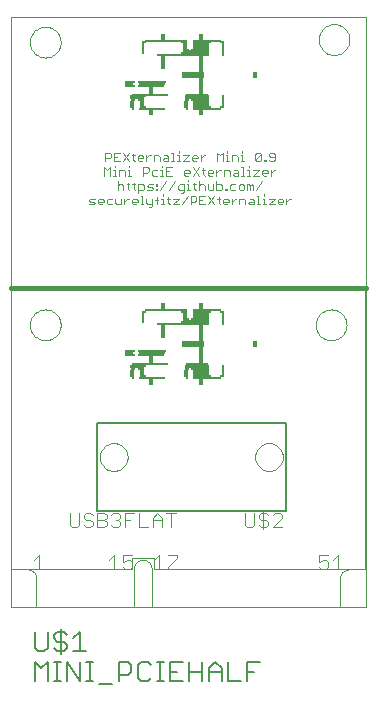
<source format=gto>
G75*
%MOIN*%
%OFA0B0*%
%FSLAX24Y24*%
%IPPOS*%
%LPD*%
%AMOC8*
5,1,8,0,0,1.08239X$1,22.5*
%
%ADD10C,0.0000*%
%ADD11C,0.0160*%
%ADD12C,0.0030*%
%ADD13C,0.0040*%
%ADD14C,0.0060*%
%ADD15C,0.0050*%
%ADD16R,0.0180X0.0060*%
%ADD17R,0.0060X0.0060*%
%ADD18R,0.0900X0.0060*%
%ADD19R,0.0960X0.0060*%
%ADD20R,0.0120X0.0060*%
%ADD21R,0.0240X0.0060*%
%ADD22R,0.0600X0.0060*%
%ADD23R,0.0540X0.0060*%
%ADD24R,0.0480X0.0060*%
%ADD25R,0.0840X0.0060*%
%ADD26R,0.1200X0.0060*%
%ADD27R,0.0780X0.0060*%
%ADD28R,0.0360X0.0060*%
%ADD29R,0.0300X0.0060*%
%ADD30R,0.0720X0.0060*%
%ADD31R,0.1740X0.0060*%
%ADD32R,0.1440X0.0060*%
D10*
X000180Y002833D02*
X000180Y022518D01*
X011991Y022518D01*
X011991Y002833D01*
X000180Y002833D01*
X001017Y003776D02*
X001015Y003809D01*
X001010Y003841D01*
X001002Y003873D01*
X000990Y003904D01*
X000975Y003934D01*
X000957Y003961D01*
X000936Y003987D01*
X000913Y004010D01*
X000887Y004031D01*
X000860Y004049D01*
X000830Y004064D01*
X000799Y004076D01*
X000767Y004084D01*
X000735Y004089D01*
X000702Y004091D01*
X000170Y004091D01*
X004186Y004091D01*
X004186Y004485D01*
X004934Y004485D01*
X004934Y004091D01*
X011981Y004091D01*
X011981Y013383D01*
X010327Y012241D02*
X010329Y012286D01*
X010335Y012330D01*
X010344Y012374D01*
X010358Y012416D01*
X010375Y012457D01*
X010396Y012497D01*
X010420Y012535D01*
X010447Y012570D01*
X010477Y012603D01*
X010510Y012633D01*
X010545Y012660D01*
X010583Y012684D01*
X010623Y012705D01*
X010664Y012722D01*
X010706Y012736D01*
X010750Y012745D01*
X010794Y012751D01*
X010839Y012753D01*
X010884Y012751D01*
X010928Y012745D01*
X010972Y012736D01*
X011014Y012722D01*
X011055Y012705D01*
X011095Y012684D01*
X011133Y012660D01*
X011168Y012633D01*
X011201Y012603D01*
X011231Y012570D01*
X011258Y012535D01*
X011282Y012497D01*
X011303Y012457D01*
X011320Y012416D01*
X011334Y012374D01*
X011343Y012330D01*
X011349Y012286D01*
X011351Y012241D01*
X011349Y012196D01*
X011343Y012152D01*
X011334Y012108D01*
X011320Y012066D01*
X011303Y012025D01*
X011282Y011985D01*
X011258Y011947D01*
X011231Y011912D01*
X011201Y011879D01*
X011168Y011849D01*
X011133Y011822D01*
X011095Y011798D01*
X011055Y011777D01*
X011014Y011760D01*
X010972Y011746D01*
X010928Y011737D01*
X010884Y011731D01*
X010839Y011729D01*
X010794Y011731D01*
X010750Y011737D01*
X010706Y011746D01*
X010664Y011760D01*
X010623Y011777D01*
X010583Y011798D01*
X010545Y011822D01*
X010510Y011849D01*
X010477Y011879D01*
X010447Y011912D01*
X010420Y011947D01*
X010396Y011985D01*
X010375Y012025D01*
X010358Y012066D01*
X010344Y012108D01*
X010335Y012152D01*
X010329Y012196D01*
X010327Y012241D01*
X008304Y007833D02*
X008306Y007876D01*
X008312Y007918D01*
X008322Y007960D01*
X008335Y008000D01*
X008353Y008039D01*
X008373Y008077D01*
X008398Y008112D01*
X008425Y008145D01*
X008455Y008175D01*
X008488Y008202D01*
X008523Y008227D01*
X008561Y008247D01*
X008600Y008265D01*
X008640Y008278D01*
X008682Y008288D01*
X008724Y008294D01*
X008767Y008296D01*
X008810Y008294D01*
X008852Y008288D01*
X008894Y008278D01*
X008934Y008265D01*
X008973Y008247D01*
X009011Y008227D01*
X009046Y008202D01*
X009079Y008175D01*
X009109Y008145D01*
X009136Y008112D01*
X009161Y008077D01*
X009181Y008039D01*
X009199Y008000D01*
X009212Y007960D01*
X009222Y007918D01*
X009228Y007876D01*
X009230Y007833D01*
X009228Y007790D01*
X009222Y007748D01*
X009212Y007706D01*
X009199Y007666D01*
X009181Y007627D01*
X009161Y007589D01*
X009136Y007554D01*
X009109Y007521D01*
X009079Y007491D01*
X009046Y007464D01*
X009011Y007439D01*
X008973Y007419D01*
X008934Y007401D01*
X008894Y007388D01*
X008852Y007378D01*
X008810Y007372D01*
X008767Y007370D01*
X008724Y007372D01*
X008682Y007378D01*
X008640Y007388D01*
X008600Y007401D01*
X008561Y007419D01*
X008523Y007439D01*
X008488Y007464D01*
X008455Y007491D01*
X008425Y007521D01*
X008398Y007554D01*
X008373Y007589D01*
X008353Y007627D01*
X008335Y007666D01*
X008322Y007706D01*
X008312Y007748D01*
X008306Y007790D01*
X008304Y007833D01*
X011135Y003776D02*
X011135Y002831D01*
X004855Y002831D01*
X004855Y004111D01*
X004853Y004144D01*
X004848Y004177D01*
X004838Y004208D01*
X004826Y004239D01*
X004810Y004268D01*
X004791Y004295D01*
X004769Y004320D01*
X004744Y004342D01*
X004717Y004361D01*
X004688Y004377D01*
X004657Y004389D01*
X004626Y004399D01*
X004593Y004404D01*
X004560Y004406D01*
X004527Y004404D01*
X004494Y004399D01*
X004463Y004389D01*
X004432Y004377D01*
X004403Y004361D01*
X004376Y004342D01*
X004351Y004320D01*
X004329Y004295D01*
X004310Y004268D01*
X004294Y004239D01*
X004282Y004208D01*
X004272Y004177D01*
X004267Y004144D01*
X004265Y004111D01*
X004265Y002831D01*
X001017Y002831D01*
X001017Y003776D01*
X000170Y004091D02*
X000170Y013383D01*
X000800Y012241D02*
X000802Y012286D01*
X000808Y012330D01*
X000817Y012374D01*
X000831Y012416D01*
X000848Y012457D01*
X000869Y012497D01*
X000893Y012535D01*
X000920Y012570D01*
X000950Y012603D01*
X000983Y012633D01*
X001018Y012660D01*
X001056Y012684D01*
X001096Y012705D01*
X001137Y012722D01*
X001179Y012736D01*
X001223Y012745D01*
X001267Y012751D01*
X001312Y012753D01*
X001357Y012751D01*
X001401Y012745D01*
X001445Y012736D01*
X001487Y012722D01*
X001528Y012705D01*
X001568Y012684D01*
X001606Y012660D01*
X001641Y012633D01*
X001674Y012603D01*
X001704Y012570D01*
X001731Y012535D01*
X001755Y012497D01*
X001776Y012457D01*
X001793Y012416D01*
X001807Y012374D01*
X001816Y012330D01*
X001822Y012286D01*
X001824Y012241D01*
X001822Y012196D01*
X001816Y012152D01*
X001807Y012108D01*
X001793Y012066D01*
X001776Y012025D01*
X001755Y011985D01*
X001731Y011947D01*
X001704Y011912D01*
X001674Y011879D01*
X001641Y011849D01*
X001606Y011822D01*
X001568Y011798D01*
X001528Y011777D01*
X001487Y011760D01*
X001445Y011746D01*
X001401Y011737D01*
X001357Y011731D01*
X001312Y011729D01*
X001267Y011731D01*
X001223Y011737D01*
X001179Y011746D01*
X001137Y011760D01*
X001096Y011777D01*
X001056Y011798D01*
X001018Y011822D01*
X000983Y011849D01*
X000950Y011879D01*
X000920Y011912D01*
X000893Y011947D01*
X000869Y011985D01*
X000848Y012025D01*
X000831Y012066D01*
X000817Y012108D01*
X000808Y012152D01*
X000802Y012196D01*
X000800Y012241D01*
X003130Y007833D02*
X003132Y007876D01*
X003138Y007918D01*
X003148Y007960D01*
X003161Y008000D01*
X003179Y008039D01*
X003199Y008077D01*
X003224Y008112D01*
X003251Y008145D01*
X003281Y008175D01*
X003314Y008202D01*
X003349Y008227D01*
X003387Y008247D01*
X003426Y008265D01*
X003466Y008278D01*
X003508Y008288D01*
X003550Y008294D01*
X003593Y008296D01*
X003636Y008294D01*
X003678Y008288D01*
X003720Y008278D01*
X003760Y008265D01*
X003799Y008247D01*
X003837Y008227D01*
X003872Y008202D01*
X003905Y008175D01*
X003935Y008145D01*
X003962Y008112D01*
X003987Y008077D01*
X004007Y008039D01*
X004025Y008000D01*
X004038Y007960D01*
X004048Y007918D01*
X004054Y007876D01*
X004056Y007833D01*
X004054Y007790D01*
X004048Y007748D01*
X004038Y007706D01*
X004025Y007666D01*
X004007Y007627D01*
X003987Y007589D01*
X003962Y007554D01*
X003935Y007521D01*
X003905Y007491D01*
X003872Y007464D01*
X003837Y007439D01*
X003799Y007419D01*
X003760Y007401D01*
X003720Y007388D01*
X003678Y007378D01*
X003636Y007372D01*
X003593Y007370D01*
X003550Y007372D01*
X003508Y007378D01*
X003466Y007388D01*
X003426Y007401D01*
X003387Y007419D01*
X003349Y007439D01*
X003314Y007464D01*
X003281Y007491D01*
X003251Y007521D01*
X003224Y007554D01*
X003199Y007589D01*
X003179Y007627D01*
X003161Y007666D01*
X003148Y007706D01*
X003138Y007748D01*
X003132Y007790D01*
X003130Y007833D01*
X000800Y021663D02*
X000802Y021708D01*
X000808Y021752D01*
X000817Y021796D01*
X000831Y021838D01*
X000848Y021879D01*
X000869Y021919D01*
X000893Y021957D01*
X000920Y021992D01*
X000950Y022025D01*
X000983Y022055D01*
X001018Y022082D01*
X001056Y022106D01*
X001096Y022127D01*
X001137Y022144D01*
X001179Y022158D01*
X001223Y022167D01*
X001267Y022173D01*
X001312Y022175D01*
X001357Y022173D01*
X001401Y022167D01*
X001445Y022158D01*
X001487Y022144D01*
X001528Y022127D01*
X001568Y022106D01*
X001606Y022082D01*
X001641Y022055D01*
X001674Y022025D01*
X001704Y021992D01*
X001731Y021957D01*
X001755Y021919D01*
X001776Y021879D01*
X001793Y021838D01*
X001807Y021796D01*
X001816Y021752D01*
X001822Y021708D01*
X001824Y021663D01*
X001822Y021618D01*
X001816Y021574D01*
X001807Y021530D01*
X001793Y021488D01*
X001776Y021447D01*
X001755Y021407D01*
X001731Y021369D01*
X001704Y021334D01*
X001674Y021301D01*
X001641Y021271D01*
X001606Y021244D01*
X001568Y021220D01*
X001528Y021199D01*
X001487Y021182D01*
X001445Y021168D01*
X001401Y021159D01*
X001357Y021153D01*
X001312Y021151D01*
X001267Y021153D01*
X001223Y021159D01*
X001179Y021168D01*
X001137Y021182D01*
X001096Y021199D01*
X001056Y021220D01*
X001018Y021244D01*
X000983Y021271D01*
X000950Y021301D01*
X000920Y021334D01*
X000893Y021369D01*
X000869Y021407D01*
X000848Y021447D01*
X000831Y021488D01*
X000817Y021530D01*
X000808Y021574D01*
X000802Y021618D01*
X000800Y021663D01*
X010426Y021749D02*
X010428Y021794D01*
X010434Y021838D01*
X010443Y021882D01*
X010457Y021924D01*
X010474Y021965D01*
X010495Y022005D01*
X010519Y022043D01*
X010546Y022078D01*
X010576Y022111D01*
X010609Y022141D01*
X010644Y022168D01*
X010682Y022192D01*
X010722Y022213D01*
X010763Y022230D01*
X010805Y022244D01*
X010849Y022253D01*
X010893Y022259D01*
X010938Y022261D01*
X010983Y022259D01*
X011027Y022253D01*
X011071Y022244D01*
X011113Y022230D01*
X011154Y022213D01*
X011194Y022192D01*
X011232Y022168D01*
X011267Y022141D01*
X011300Y022111D01*
X011330Y022078D01*
X011357Y022043D01*
X011381Y022005D01*
X011402Y021965D01*
X011419Y021924D01*
X011433Y021882D01*
X011442Y021838D01*
X011448Y021794D01*
X011450Y021749D01*
X011448Y021704D01*
X011442Y021660D01*
X011433Y021616D01*
X011419Y021574D01*
X011402Y021533D01*
X011381Y021493D01*
X011357Y021455D01*
X011330Y021420D01*
X011300Y021387D01*
X011267Y021357D01*
X011232Y021330D01*
X011194Y021306D01*
X011154Y021285D01*
X011113Y021268D01*
X011071Y021254D01*
X011027Y021245D01*
X010983Y021239D01*
X010938Y021237D01*
X010893Y021239D01*
X010849Y021245D01*
X010805Y021254D01*
X010763Y021268D01*
X010722Y021285D01*
X010682Y021306D01*
X010644Y021330D01*
X010609Y021357D01*
X010576Y021387D01*
X010546Y021420D01*
X010519Y021455D01*
X010495Y021493D01*
X010474Y021533D01*
X010457Y021574D01*
X010443Y021616D01*
X010434Y021660D01*
X010428Y021704D01*
X010426Y021749D01*
X011450Y004091D02*
X011981Y004091D01*
X011450Y004091D02*
X011417Y004089D01*
X011385Y004084D01*
X011353Y004076D01*
X011322Y004064D01*
X011293Y004049D01*
X011265Y004031D01*
X011239Y004010D01*
X011216Y003987D01*
X011195Y003961D01*
X011177Y003934D01*
X011162Y003904D01*
X011150Y003873D01*
X011142Y003841D01*
X011137Y003809D01*
X011135Y003776D01*
D11*
X011991Y013463D02*
X000180Y013463D01*
D12*
X002766Y016254D02*
X002911Y016254D01*
X002960Y016302D01*
X002911Y016351D01*
X002815Y016351D01*
X002766Y016399D01*
X002815Y016447D01*
X002960Y016447D01*
X003061Y016399D02*
X003061Y016302D01*
X003109Y016254D01*
X003206Y016254D01*
X003254Y016351D02*
X003061Y016351D01*
X003061Y016399D02*
X003109Y016447D01*
X003206Y016447D01*
X003254Y016399D01*
X003254Y016351D01*
X003356Y016399D02*
X003356Y016302D01*
X003404Y016254D01*
X003549Y016254D01*
X003650Y016302D02*
X003699Y016254D01*
X003844Y016254D01*
X003844Y016447D01*
X003945Y016447D02*
X003945Y016254D01*
X003945Y016351D02*
X004042Y016447D01*
X004090Y016447D01*
X004190Y016399D02*
X004190Y016302D01*
X004239Y016254D01*
X004335Y016254D01*
X004384Y016351D02*
X004190Y016351D01*
X004190Y016399D02*
X004239Y016447D01*
X004335Y016447D01*
X004384Y016399D01*
X004384Y016351D01*
X004485Y016254D02*
X004582Y016254D01*
X004533Y016254D02*
X004533Y016544D01*
X004485Y016544D01*
X004411Y016637D02*
X004411Y016927D01*
X004556Y016927D01*
X004605Y016879D01*
X004605Y016782D01*
X004556Y016734D01*
X004411Y016734D01*
X004312Y016734D02*
X004263Y016782D01*
X004263Y016976D01*
X004215Y016927D02*
X004312Y016927D01*
X004115Y016927D02*
X004018Y016927D01*
X004067Y016976D02*
X004067Y016782D01*
X004115Y016734D01*
X003917Y016734D02*
X003917Y016879D01*
X003869Y016927D01*
X003772Y016927D01*
X003724Y016879D01*
X003724Y017024D02*
X003724Y016734D01*
X003650Y016447D02*
X003650Y016302D01*
X003549Y016447D02*
X003404Y016447D01*
X003356Y016399D01*
X003282Y017214D02*
X003282Y017504D01*
X003379Y017407D01*
X003475Y017504D01*
X003475Y017214D01*
X003576Y017214D02*
X003673Y017214D01*
X003625Y017214D02*
X003625Y017407D01*
X003576Y017407D01*
X003625Y017504D02*
X003625Y017552D01*
X003601Y017694D02*
X003795Y017694D01*
X003896Y017694D02*
X004089Y017984D01*
X004190Y017887D02*
X004287Y017887D01*
X004239Y017936D02*
X004239Y017742D01*
X004287Y017694D01*
X004387Y017742D02*
X004387Y017839D01*
X004435Y017887D01*
X004532Y017887D01*
X004580Y017839D01*
X004580Y017791D01*
X004387Y017791D01*
X004387Y017742D02*
X004435Y017694D01*
X004532Y017694D01*
X004681Y017694D02*
X004681Y017887D01*
X004681Y017791D02*
X004778Y017887D01*
X004827Y017887D01*
X004927Y017887D02*
X005072Y017887D01*
X005120Y017839D01*
X005120Y017694D01*
X005222Y017742D02*
X005270Y017791D01*
X005415Y017791D01*
X005415Y017839D02*
X005415Y017694D01*
X005270Y017694D01*
X005222Y017742D01*
X005270Y017887D02*
X005367Y017887D01*
X005415Y017839D01*
X005516Y017984D02*
X005565Y017984D01*
X005565Y017694D01*
X005613Y017694D02*
X005516Y017694D01*
X005538Y017504D02*
X005344Y017504D01*
X005344Y017214D01*
X005538Y017214D01*
X005441Y017359D02*
X005344Y017359D01*
X005196Y017407D02*
X005196Y017214D01*
X005148Y017214D02*
X005245Y017214D01*
X005196Y017407D02*
X005148Y017407D01*
X005047Y017407D02*
X004902Y017407D01*
X004853Y017359D01*
X004853Y017262D01*
X004902Y017214D01*
X005047Y017214D01*
X005196Y017504D02*
X005196Y017552D01*
X004927Y017694D02*
X004927Y017887D01*
X004704Y017504D02*
X004752Y017456D01*
X004752Y017359D01*
X004704Y017311D01*
X004559Y017311D01*
X004559Y017214D02*
X004559Y017504D01*
X004704Y017504D01*
X004754Y016927D02*
X004706Y016879D01*
X004754Y016831D01*
X004851Y016831D01*
X004899Y016782D01*
X004851Y016734D01*
X004706Y016734D01*
X004754Y016927D02*
X004899Y016927D01*
X005001Y016927D02*
X005001Y016879D01*
X005049Y016879D01*
X005049Y016927D01*
X005001Y016927D01*
X005001Y016782D02*
X005001Y016734D01*
X005049Y016734D01*
X005049Y016782D01*
X005001Y016782D01*
X005148Y016734D02*
X005341Y017024D01*
X005636Y017024D02*
X005443Y016734D01*
X005417Y016496D02*
X005417Y016302D01*
X005466Y016254D01*
X005565Y016254D02*
X005759Y016254D01*
X005860Y016254D02*
X006054Y016544D01*
X006155Y016544D02*
X006300Y016544D01*
X006348Y016496D01*
X006348Y016399D01*
X006300Y016351D01*
X006155Y016351D01*
X006155Y016254D02*
X006155Y016544D01*
X006129Y016734D02*
X006032Y016734D01*
X006080Y016734D02*
X006080Y016927D01*
X006032Y016927D01*
X005931Y016927D02*
X005931Y016685D01*
X005882Y016637D01*
X005834Y016637D01*
X005786Y016734D02*
X005931Y016734D01*
X005786Y016734D02*
X005737Y016782D01*
X005737Y016879D01*
X005786Y016927D01*
X005931Y016927D01*
X006080Y017024D02*
X006080Y017072D01*
X006079Y017214D02*
X005982Y017214D01*
X005934Y017262D01*
X005934Y017359D01*
X005982Y017407D01*
X006079Y017407D01*
X006127Y017359D01*
X006127Y017311D01*
X005934Y017311D01*
X005909Y017694D02*
X006103Y017694D01*
X006204Y017742D02*
X006204Y017839D01*
X006252Y017887D01*
X006349Y017887D01*
X006397Y017839D01*
X006397Y017791D01*
X006204Y017791D01*
X006204Y017742D02*
X006252Y017694D01*
X006349Y017694D01*
X006498Y017694D02*
X006498Y017887D01*
X006498Y017791D02*
X006595Y017887D01*
X006644Y017887D01*
X006571Y017456D02*
X006571Y017262D01*
X006620Y017214D01*
X006719Y017262D02*
X006719Y017359D01*
X006768Y017407D01*
X006865Y017407D01*
X006913Y017359D01*
X006913Y017311D01*
X006719Y017311D01*
X006719Y017262D02*
X006768Y017214D01*
X006865Y017214D01*
X007014Y017214D02*
X007014Y017407D01*
X007014Y017311D02*
X007111Y017407D01*
X007159Y017407D01*
X007260Y017407D02*
X007405Y017407D01*
X007453Y017359D01*
X007453Y017214D01*
X007554Y017262D02*
X007603Y017311D01*
X007748Y017311D01*
X007748Y017359D02*
X007748Y017214D01*
X007603Y017214D01*
X007554Y017262D01*
X007603Y017407D02*
X007699Y017407D01*
X007748Y017359D01*
X007849Y017504D02*
X007897Y017504D01*
X007897Y017214D01*
X007849Y017214D02*
X007946Y017214D01*
X008045Y017214D02*
X008142Y017214D01*
X008094Y017214D02*
X008094Y017407D01*
X008045Y017407D01*
X008094Y017504D02*
X008094Y017552D01*
X008242Y017407D02*
X008435Y017407D01*
X008242Y017214D01*
X008435Y017214D01*
X008536Y017262D02*
X008536Y017359D01*
X008585Y017407D01*
X008682Y017407D01*
X008730Y017359D01*
X008730Y017311D01*
X008536Y017311D01*
X008536Y017262D02*
X008585Y017214D01*
X008682Y017214D01*
X008831Y017214D02*
X008831Y017407D01*
X008831Y017311D02*
X008928Y017407D01*
X008976Y017407D01*
X008903Y017694D02*
X008806Y017694D01*
X008757Y017742D01*
X008659Y017742D02*
X008659Y017694D01*
X008610Y017694D01*
X008610Y017742D01*
X008659Y017742D01*
X008757Y017887D02*
X008806Y017839D01*
X008951Y017839D01*
X008951Y017742D02*
X008951Y017936D01*
X008903Y017984D01*
X008806Y017984D01*
X008757Y017936D01*
X008757Y017887D01*
X008903Y017694D02*
X008951Y017742D01*
X008534Y017024D02*
X008340Y016734D01*
X008239Y016734D02*
X008239Y016879D01*
X008191Y016927D01*
X008142Y016879D01*
X008142Y016734D01*
X008045Y016734D02*
X008045Y016927D01*
X008094Y016927D01*
X008142Y016879D01*
X007944Y016879D02*
X007896Y016927D01*
X007799Y016927D01*
X007751Y016879D01*
X007751Y016782D01*
X007799Y016734D01*
X007896Y016734D01*
X007944Y016782D01*
X007944Y016879D01*
X007920Y016447D02*
X007775Y016447D01*
X007775Y016254D01*
X007675Y016447D02*
X007626Y016447D01*
X007530Y016351D01*
X007530Y016447D02*
X007530Y016254D01*
X007429Y016351D02*
X007235Y016351D01*
X007235Y016399D02*
X007283Y016447D01*
X007380Y016447D01*
X007429Y016399D01*
X007429Y016351D01*
X007380Y016254D02*
X007283Y016254D01*
X007235Y016302D01*
X007235Y016399D01*
X007135Y016447D02*
X007039Y016447D01*
X007087Y016496D02*
X007087Y016302D01*
X007135Y016254D01*
X006937Y016254D02*
X006744Y016544D01*
X006643Y016544D02*
X006449Y016544D01*
X006449Y016254D01*
X006643Y016254D01*
X006744Y016254D02*
X006937Y016544D01*
X006913Y016734D02*
X006913Y016927D01*
X007014Y016927D02*
X007159Y016927D01*
X007208Y016879D01*
X007208Y016782D01*
X007159Y016734D01*
X007014Y016734D01*
X007014Y017024D01*
X006913Y016734D02*
X006768Y016734D01*
X006719Y016782D01*
X006719Y016927D01*
X006618Y016879D02*
X006618Y016734D01*
X006618Y016879D02*
X006570Y016927D01*
X006473Y016927D01*
X006425Y016879D01*
X006325Y016927D02*
X006228Y016927D01*
X006277Y016976D02*
X006277Y016782D01*
X006325Y016734D01*
X006425Y016734D02*
X006425Y017024D01*
X006422Y017214D02*
X006228Y017504D01*
X006422Y017504D02*
X006228Y017214D01*
X006523Y017407D02*
X006620Y017407D01*
X007039Y017694D02*
X007039Y017984D01*
X007135Y017887D01*
X007232Y017984D01*
X007232Y017694D01*
X007333Y017694D02*
X007430Y017694D01*
X007382Y017694D02*
X007382Y017887D01*
X007333Y017887D01*
X007382Y017984D02*
X007382Y018032D01*
X007530Y017887D02*
X007675Y017887D01*
X007723Y017839D01*
X007723Y017694D01*
X007824Y017694D02*
X007921Y017694D01*
X007873Y017694D02*
X007873Y017887D01*
X007824Y017887D01*
X007873Y017984D02*
X007873Y018032D01*
X007530Y017887D02*
X007530Y017694D01*
X007260Y017407D02*
X007260Y017214D01*
X007504Y016927D02*
X007456Y016879D01*
X007456Y016782D01*
X007504Y016734D01*
X007650Y016734D01*
X007650Y016927D02*
X007504Y016927D01*
X007357Y016782D02*
X007357Y016734D01*
X007309Y016734D01*
X007309Y016782D01*
X007357Y016782D01*
X007920Y016447D02*
X007969Y016399D01*
X007969Y016254D01*
X008070Y016302D02*
X008118Y016351D01*
X008263Y016351D01*
X008263Y016399D02*
X008263Y016254D01*
X008118Y016254D01*
X008070Y016302D01*
X008118Y016447D02*
X008215Y016447D01*
X008263Y016399D01*
X008365Y016544D02*
X008413Y016544D01*
X008413Y016254D01*
X008365Y016254D02*
X008461Y016254D01*
X008561Y016254D02*
X008658Y016254D01*
X008609Y016254D02*
X008609Y016447D01*
X008561Y016447D01*
X008609Y016544D02*
X008609Y016592D01*
X008757Y016447D02*
X008951Y016447D01*
X008757Y016254D01*
X008951Y016254D01*
X009052Y016302D02*
X009052Y016399D01*
X009100Y016447D01*
X009197Y016447D01*
X009246Y016399D01*
X009246Y016351D01*
X009052Y016351D01*
X009052Y016302D02*
X009100Y016254D01*
X009197Y016254D01*
X009347Y016254D02*
X009347Y016447D01*
X009347Y016351D02*
X009444Y016447D01*
X009492Y016447D01*
X008461Y017694D02*
X008364Y017694D01*
X008315Y017742D01*
X008509Y017936D01*
X008509Y017742D01*
X008461Y017694D01*
X008315Y017742D02*
X008315Y017936D01*
X008364Y017984D01*
X008461Y017984D01*
X008509Y017936D01*
X006546Y016399D02*
X006449Y016399D01*
X005759Y016447D02*
X005565Y016254D01*
X005565Y016447D02*
X005759Y016447D01*
X005466Y016447D02*
X005369Y016447D01*
X005269Y016254D02*
X005173Y016254D01*
X005221Y016254D02*
X005221Y016447D01*
X005173Y016447D01*
X005221Y016544D02*
X005221Y016592D01*
X005073Y016544D02*
X005024Y016496D01*
X005024Y016254D01*
X004875Y016254D02*
X004730Y016254D01*
X004681Y016302D01*
X004681Y016447D01*
X004778Y016157D02*
X004827Y016157D01*
X004875Y016205D01*
X004875Y016447D01*
X004976Y016399D02*
X005073Y016399D01*
X005713Y017694D02*
X005809Y017694D01*
X005761Y017694D02*
X005761Y017887D01*
X005713Y017887D01*
X005761Y017984D02*
X005761Y018032D01*
X005909Y017887D02*
X006103Y017887D01*
X005909Y017694D01*
X004164Y017214D02*
X004068Y017214D01*
X004116Y017214D02*
X004116Y017407D01*
X004068Y017407D01*
X004116Y017504D02*
X004116Y017552D01*
X004089Y017694D02*
X003896Y017984D01*
X003795Y017984D02*
X003601Y017984D01*
X003601Y017694D01*
X003601Y017839D02*
X003698Y017839D01*
X003500Y017839D02*
X003452Y017791D01*
X003306Y017791D01*
X003306Y017694D02*
X003306Y017984D01*
X003452Y017984D01*
X003500Y017936D01*
X003500Y017839D01*
X003773Y017407D02*
X003918Y017407D01*
X003966Y017359D01*
X003966Y017214D01*
X003773Y017214D02*
X003773Y017407D01*
D13*
X003735Y005963D02*
X003581Y005963D01*
X003504Y005887D01*
X003351Y005887D02*
X003351Y005810D01*
X003274Y005733D01*
X003044Y005733D01*
X003044Y005503D02*
X003274Y005503D01*
X003351Y005580D01*
X003351Y005656D01*
X003274Y005733D01*
X003351Y005887D02*
X003274Y005963D01*
X003044Y005963D01*
X003044Y005503D01*
X002890Y005580D02*
X002814Y005503D01*
X002660Y005503D01*
X002584Y005580D01*
X002660Y005733D02*
X002814Y005733D01*
X002890Y005656D01*
X002890Y005580D01*
X002890Y005887D02*
X002814Y005963D01*
X002660Y005963D01*
X002584Y005887D01*
X002584Y005810D01*
X002660Y005733D01*
X002430Y005580D02*
X002430Y005963D01*
X002123Y005963D02*
X002123Y005580D01*
X002200Y005503D01*
X002353Y005503D01*
X002430Y005580D01*
X003504Y005580D02*
X003581Y005503D01*
X003735Y005503D01*
X003811Y005580D01*
X003811Y005656D01*
X003735Y005733D01*
X003658Y005733D01*
X003735Y005733D02*
X003811Y005810D01*
X003811Y005887D01*
X003735Y005963D01*
X003965Y005963D02*
X003965Y005503D01*
X003965Y005733D02*
X004118Y005733D01*
X003965Y005963D02*
X004272Y005963D01*
X004425Y005963D02*
X004425Y005503D01*
X004732Y005503D01*
X004886Y005503D02*
X004886Y005810D01*
X005039Y005963D01*
X005192Y005810D01*
X005192Y005503D01*
X005192Y005733D02*
X004886Y005733D01*
X005346Y005963D02*
X005653Y005963D01*
X005499Y005963D02*
X005499Y005503D01*
X005401Y004562D02*
X005707Y004562D01*
X005707Y004485D01*
X005401Y004178D01*
X005401Y004101D01*
X005247Y004101D02*
X004940Y004101D01*
X005094Y004101D02*
X005094Y004562D01*
X004940Y004408D01*
X004207Y004332D02*
X004207Y004178D01*
X004131Y004101D01*
X003977Y004101D01*
X003901Y004178D01*
X003901Y004332D02*
X004054Y004408D01*
X004131Y004408D01*
X004207Y004332D01*
X004207Y004562D02*
X003901Y004562D01*
X003901Y004332D01*
X003747Y004101D02*
X003440Y004101D01*
X003594Y004101D02*
X003594Y004562D01*
X003440Y004408D01*
X001247Y004101D02*
X000940Y004101D01*
X001094Y004101D02*
X001094Y004562D01*
X000940Y004408D01*
X007968Y005580D02*
X008045Y005503D01*
X008199Y005503D01*
X008275Y005580D01*
X008275Y005963D01*
X008429Y005887D02*
X008506Y005963D01*
X008659Y005963D01*
X008736Y005887D01*
X008659Y005733D02*
X008506Y005733D01*
X008429Y005810D01*
X008429Y005887D01*
X008582Y006040D02*
X008582Y005426D01*
X008506Y005503D02*
X008659Y005503D01*
X008736Y005580D01*
X008736Y005656D01*
X008659Y005733D01*
X008429Y005580D02*
X008506Y005503D01*
X008889Y005503D02*
X009196Y005810D01*
X009196Y005887D01*
X009119Y005963D01*
X008966Y005963D01*
X008889Y005887D01*
X008889Y005503D02*
X009196Y005503D01*
X007968Y005580D02*
X007968Y005963D01*
X010440Y004562D02*
X010440Y004332D01*
X010594Y004408D01*
X010670Y004408D01*
X010747Y004332D01*
X010747Y004178D01*
X010670Y004101D01*
X010517Y004101D01*
X010440Y004178D01*
X010440Y004562D02*
X010747Y004562D01*
X010901Y004408D02*
X011054Y004562D01*
X011054Y004101D01*
X010901Y004101D02*
X011207Y004101D01*
D14*
X000960Y001004D02*
X000960Y000363D01*
X001174Y000790D02*
X001387Y001004D01*
X001387Y000363D01*
X001605Y000363D02*
X001818Y000363D01*
X001711Y000363D02*
X001711Y001004D01*
X001605Y001004D02*
X001818Y001004D01*
X001818Y001257D02*
X001818Y002111D01*
X001711Y002004D02*
X001605Y001897D01*
X001605Y001790D01*
X001711Y001684D01*
X001925Y001684D01*
X002032Y001577D01*
X002032Y001470D01*
X001925Y001363D01*
X001711Y001363D01*
X001605Y001470D01*
X001387Y001470D02*
X001387Y002004D01*
X001387Y001470D02*
X001280Y001363D01*
X001067Y001363D01*
X000960Y001470D01*
X000960Y002004D01*
X000960Y001004D02*
X001174Y000790D01*
X001711Y002004D02*
X001925Y002004D01*
X002032Y001897D01*
X002249Y001790D02*
X002463Y002004D01*
X002463Y001363D01*
X002676Y001363D02*
X002249Y001363D01*
X002461Y001004D02*
X002461Y000363D01*
X002034Y001004D01*
X002034Y000363D01*
X002679Y000363D02*
X002892Y000363D01*
X002786Y000363D02*
X002786Y001004D01*
X002892Y001004D02*
X002679Y001004D01*
X003108Y000257D02*
X003536Y000257D01*
X003753Y000363D02*
X003753Y001004D01*
X004073Y001004D01*
X004180Y000897D01*
X004180Y000684D01*
X004073Y000577D01*
X003753Y000577D01*
X004398Y000470D02*
X004504Y000363D01*
X004718Y000363D01*
X004825Y000470D01*
X004825Y000897D02*
X004718Y001004D01*
X004504Y001004D01*
X004398Y000897D01*
X004398Y000470D01*
X005042Y000363D02*
X005256Y000363D01*
X005149Y000363D02*
X005149Y001004D01*
X005042Y001004D02*
X005256Y001004D01*
X005472Y001004D02*
X005472Y000363D01*
X005899Y000363D01*
X006116Y000363D02*
X006116Y001004D01*
X006116Y000684D02*
X006543Y000684D01*
X006543Y001004D02*
X006543Y000363D01*
X006761Y000363D02*
X006761Y000790D01*
X006974Y001004D01*
X007188Y000790D01*
X007188Y000363D01*
X007405Y000363D02*
X007833Y000363D01*
X008050Y000363D02*
X008050Y001004D01*
X008477Y001004D01*
X008264Y000684D02*
X008050Y000684D01*
X007405Y001004D02*
X007405Y000363D01*
X007188Y000684D02*
X006761Y000684D01*
X005899Y001004D02*
X005472Y001004D01*
X005472Y000684D02*
X005685Y000684D01*
D15*
X003021Y006022D02*
X003021Y008979D01*
X009339Y008979D01*
X009339Y006022D01*
X003021Y006022D01*
D16*
X004822Y010280D03*
X004822Y010340D03*
X004822Y010400D03*
X004522Y010580D03*
X004522Y010640D03*
X004522Y010700D03*
X004822Y011000D03*
X004822Y011060D03*
X004822Y011120D03*
X004822Y011180D03*
X005242Y011840D03*
X005242Y011900D03*
X005242Y011960D03*
X005242Y012020D03*
X005242Y012080D03*
X005242Y012140D03*
X005242Y012200D03*
X005242Y012800D03*
X005242Y012860D03*
X005242Y012920D03*
X005962Y012620D03*
X005962Y012560D03*
X005962Y012500D03*
X006502Y012800D03*
X006502Y012860D03*
X006502Y012920D03*
X006502Y012200D03*
X006502Y012140D03*
X006502Y012080D03*
X006502Y012020D03*
X006502Y011960D03*
X006502Y011900D03*
X006502Y011840D03*
X006502Y011780D03*
X006502Y011720D03*
X006502Y011480D03*
X006502Y011420D03*
X006502Y011360D03*
X006502Y011300D03*
X006502Y011240D03*
X006502Y011180D03*
X006502Y011120D03*
X006502Y011060D03*
X006502Y011000D03*
X006502Y010400D03*
X006502Y010340D03*
X006502Y010280D03*
X006022Y010760D03*
X004222Y010760D03*
X008302Y011540D03*
X008302Y011600D03*
X008302Y011660D03*
X006502Y019256D03*
X006502Y019316D03*
X006502Y019376D03*
X006502Y019976D03*
X006502Y020036D03*
X006502Y020096D03*
X006502Y020156D03*
X006502Y020216D03*
X006502Y020276D03*
X006502Y020336D03*
X006502Y020396D03*
X006502Y020456D03*
X006502Y020696D03*
X006502Y020756D03*
X006502Y020816D03*
X006502Y020876D03*
X006502Y020936D03*
X006502Y020996D03*
X006502Y021056D03*
X006502Y021116D03*
X006502Y021176D03*
X006502Y021776D03*
X006502Y021836D03*
X006502Y021896D03*
X005962Y021596D03*
X005962Y021536D03*
X005962Y021476D03*
X005242Y021176D03*
X005242Y021116D03*
X005242Y021056D03*
X005242Y020996D03*
X005242Y020936D03*
X005242Y020876D03*
X005242Y020816D03*
X004822Y020156D03*
X004822Y020096D03*
X004822Y020036D03*
X004822Y019976D03*
X004522Y019676D03*
X004522Y019616D03*
X004522Y019556D03*
X004822Y019376D03*
X004822Y019316D03*
X004822Y019256D03*
X004222Y019736D03*
X005242Y021776D03*
X005242Y021836D03*
X005242Y021896D03*
X006022Y019736D03*
X008302Y020516D03*
X008302Y020576D03*
X008302Y020636D03*
D17*
X007222Y021236D03*
X007222Y021296D03*
X007222Y021356D03*
X007222Y021416D03*
X007222Y021476D03*
X007222Y021536D03*
X007222Y021596D03*
X007222Y019856D03*
X007222Y019796D03*
X007222Y019736D03*
X007222Y019676D03*
X007222Y019616D03*
X007222Y019556D03*
X006022Y019436D03*
X004582Y021296D03*
X004582Y021356D03*
X004582Y021416D03*
X004582Y021476D03*
X004582Y021536D03*
X004582Y021596D03*
X004222Y019436D03*
X004582Y012620D03*
X004582Y012560D03*
X004582Y012500D03*
X004582Y012440D03*
X004582Y012380D03*
X004582Y012320D03*
X004222Y010460D03*
X006022Y010460D03*
X007222Y010580D03*
X007222Y010640D03*
X007222Y010700D03*
X007222Y010760D03*
X007222Y010820D03*
X007222Y010880D03*
X007222Y012260D03*
X007222Y012320D03*
X007222Y012380D03*
X007222Y012440D03*
X007222Y012500D03*
X007222Y012560D03*
X007222Y012620D03*
D18*
X006322Y012380D03*
X004882Y011300D03*
X004822Y011240D03*
X004882Y010460D03*
X004882Y019436D03*
X004822Y020216D03*
X004882Y020276D03*
X006322Y021356D03*
D19*
X006292Y021296D03*
X006712Y021716D03*
X006712Y019436D03*
X004852Y020336D03*
X006712Y012740D03*
X006292Y012320D03*
X006712Y010460D03*
X004852Y011360D03*
D20*
X004192Y010700D03*
X004192Y010640D03*
X004192Y010580D03*
X004192Y010520D03*
X004612Y012680D03*
X005992Y010700D03*
X005992Y010640D03*
X005992Y010580D03*
X005992Y010520D03*
X007192Y010520D03*
X007192Y012680D03*
X007192Y019496D03*
X007192Y021656D03*
X005992Y019676D03*
X005992Y019616D03*
X005992Y019556D03*
X005992Y019496D03*
X004612Y021656D03*
X004192Y019676D03*
X004192Y019616D03*
X004192Y019556D03*
X004192Y019496D03*
D21*
X004492Y019736D03*
X004552Y019496D03*
X005932Y021656D03*
X005992Y021416D03*
X005932Y012680D03*
X005992Y012440D03*
X004552Y010520D03*
X004492Y010760D03*
D22*
X006472Y010760D03*
X006532Y010520D03*
X006472Y012440D03*
X006532Y012680D03*
X006532Y019496D03*
X006472Y019736D03*
X006472Y021416D03*
X006532Y021656D03*
D23*
X006502Y021596D03*
X006502Y021536D03*
X006502Y021476D03*
X006502Y019676D03*
X006502Y019616D03*
X006502Y019556D03*
X004402Y019856D03*
X006502Y012620D03*
X006502Y012560D03*
X006502Y012500D03*
X006502Y010700D03*
X006502Y010640D03*
X006502Y010580D03*
X004402Y010880D03*
D24*
X004372Y010820D03*
X004372Y019796D03*
D25*
X006352Y019796D03*
X006352Y019856D03*
X006352Y010880D03*
X006352Y010820D03*
D26*
X004792Y010940D03*
X004792Y019916D03*
D27*
X006382Y019916D03*
X006382Y010940D03*
D28*
X004132Y011240D03*
X004132Y011360D03*
X004132Y020216D03*
X004132Y020336D03*
D29*
X004102Y020276D03*
X004102Y011300D03*
D30*
X006232Y011540D03*
X006232Y011600D03*
X006232Y011660D03*
X006232Y020516D03*
X006232Y020576D03*
X006232Y020636D03*
D31*
X005902Y021236D03*
X005902Y012260D03*
D32*
X005332Y012740D03*
X005332Y021716D03*
M02*

</source>
